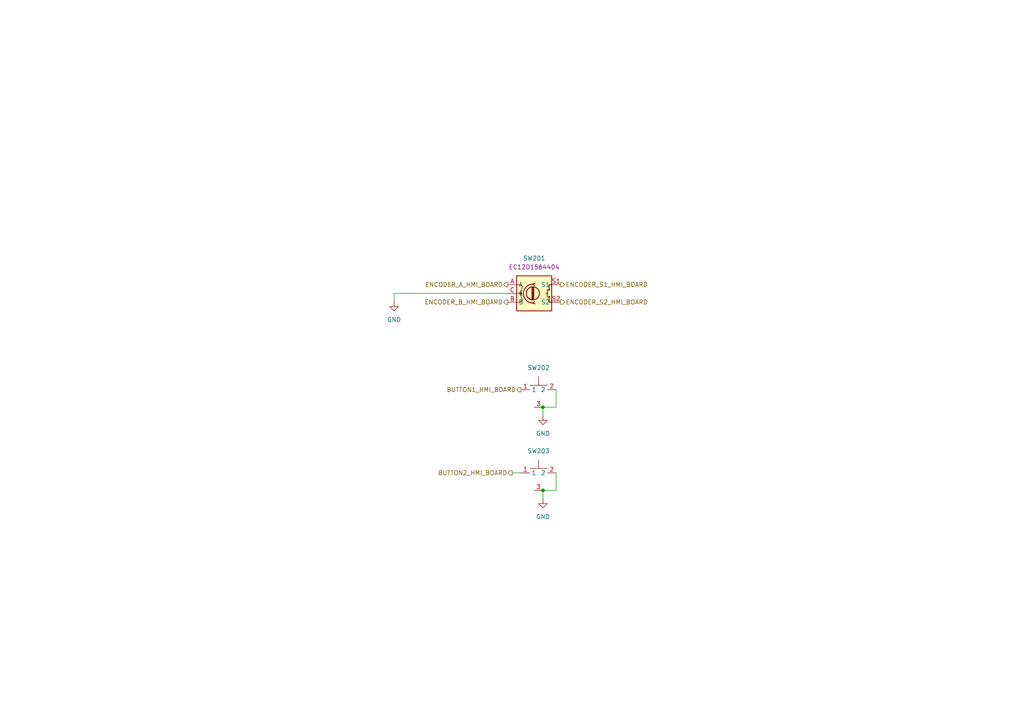
<source format=kicad_sch>
(kicad_sch (version 20230121) (generator eeschema)
  (paper "A4")
  (lib_symbols
    (symbol ".mounted-lib:SW_EC12D1564404"
      (property "Reference" "SW?" (at -5.08 8.89 0))
      (property "DisplayValue" "EC12D1564404" (at -5.08 6.35 0))
      (symbol "SW_EC12D1564404_0_1"
        (rectangle (start -5.08 5.08) (end 5.08 -5.08) (stroke (width 0.254)) (fill (type background)))
        (circle (center -3.81 0) (radius 0.254) (fill (type outline)))
        (circle (center -0.381 0) (radius 1.905) (stroke (width 0.254)))
        (arc (start -0.381 2.667) (mid -3.0988 -0.0635) (end -0.381 -2.794) (stroke (width 0.254)))
        (polyline (pts (xy -0.635 -1.778) (xy -0.635 1.778)) (stroke (width 0.254)))
        (polyline (pts (xy -0.381 -1.778) (xy -0.381 1.778)) (stroke (width 0.254)))
        (polyline (pts (xy -0.127 1.778) (xy -0.127 -1.778)) (stroke (width 0.254)))
        (polyline (pts (xy 3.81 0) (xy 3.429 0)) (stroke (width 0.254)))
        (polyline (pts (xy 3.81 1.016) (xy 3.81 -1.016)) (stroke (width 0.254)))
        (polyline (pts (xy -5.08 -2.54) (xy -3.81 -2.54) (xy -3.81 -2.032)))
        (polyline (pts (xy -5.08 2.54) (xy -3.81 2.54) (xy -3.81 2.032)))
        (polyline (pts (xy 0.254 -3.048) (xy -0.508 -2.794) (xy 0.127 -2.413)) (stroke (width 0.254)))
        (polyline (pts (xy 0.254 2.921) (xy -0.508 2.667) (xy 0.127 2.286)) (stroke (width 0.254)))
        (polyline (pts (xy 5.08 -2.54) (xy 4.318 -2.54) (xy 4.318 -1.016)) (stroke (width 0.254)))
        (polyline (pts (xy 5.08 2.54) (xy 4.318 2.54) (xy 4.318 1.016)) (stroke (width 0.254)))
        (polyline (pts (xy -5.08 0) (xy -3.81 0) (xy -3.81 -1.016) (xy -3.302 -2.032)))
        (polyline (pts (xy -4.318 0) (xy -3.81 0) (xy -3.81 1.016) (xy -3.302 2.032)))
        (circle (center 4.318 -1.016) (radius 0.127) (stroke (width 0.254)))
        (circle (center 4.318 1.016) (radius 0.127) (stroke (width 0.254)))
      )
      (symbol "SW_EC12D1564404_1_1"
        (pin passive line (at -7.62 2.54 0) (length 2.54) (name "A") (number "A"))
        (pin passive line (at -7.62 -2.54 0) (length 2.54) (name "B") (number "B"))
        (pin passive line (at -7.62 0 0) (length 2.54) (name "C") (number "C"))
        (pin passive line (at 7.62 2.54 180) (length 2.54) (name "S1") (number "S1"))
        (pin passive line (at 7.62 -2.54 180) (length 2.54) (name "S2") (number "S2"))
      )
    )
    (symbol ".mounted-lib:SW_SKRTLAE010"
      (property "Reference" "SW?" (at -2.54 3.81 0))
      (symbol "SW_SKRTLAE010_0_1"
        (polyline (pts (xy 0 2.54) (xy 0 0) (xy 2.54 0) (xy -2.54 0)))
      )
      (symbol "SW_SKRTLAE010_1_1"
        (pin input line (at -5.08 -1.27 0) (length 2.54) (name "1") (number "1"))
        (pin output line (at 5.08 -1.27 180) (length 2.54) (name "2") (number "2"))
        (pin passive line (at 1.27 -6.35 180) (length 2.54) (name "") (number "3"))
      )
    )
    (symbol "power:GND" (power) (pin_names (offset 0))
      (property "Value" "GND" (at 0 -3.81 0))
      (symbol "GND_0_1"
        (polyline (pts (xy 0 0) (xy 0 -1.27) (xy 1.27 -1.27) (xy 0 -2.54) (xy -1.27 -1.27) (xy 0 -1.27)))
      )
      (symbol "GND_1_1"
        (pin power_in line (at 0 0 270) (length 0) hide (name "GND") (number "1"))
      )
    )
  )
  (junction (at 157.48 118.11))
  (junction (at 157.48 142.24))
  (wire (pts (xy 161.29 118.11) (xy 161.29 113.03)))
  (wire (pts (xy 148.59 137.16) (xy 151.13 137.16)))
  (wire (pts (xy 114.3 85.09) (xy 147.32 85.09)))
  (wire (pts (xy 114.3 85.09) (xy 114.3 87.63)))
  (wire (pts (xy 157.48 118.11) (xy 161.29 118.11)))
  (wire (pts (xy 161.29 142.24) (xy 161.29 137.16)))
  (wire (pts (xy 157.48 142.24) (xy 161.29 142.24)))
  (wire (pts (xy 157.48 144.78) (xy 157.48 142.24)))
  (wire (pts (xy 157.48 118.11) (xy 157.48 120.65)))
  (hierarchical_label "BUTTON2_HMI_BOARD" (shape output) (at 148.59 137.16 180))
  (hierarchical_label "ENCODER_B_HMI_BOARD" (shape output) (at 147.32 87.63 180))
  (hierarchical_label "ENCODER_S2_HMI_BOARD" (shape output) (at 162.56 87.63 0))
  (hierarchical_label "BUTTON1_HMI_BOARD" (shape output) (at 151.13 113.03 180))
  (hierarchical_label "ENCODER_A_HMI_BOARD" (shape output) (at 147.32 82.55 180))
  (hierarchical_label "ENCODER_S1_HMI_BOARD" (shape output) (at 162.56 82.55 0))
  (symbol (lib_id "power:GND") (at 157.48 120.65 0) (unit 1)
    (property "Reference" "#PWR0201" (effects hide))
    (property "Value" "GND" (at 157.48 125.73 0))
  )
  (symbol (lib_id ".mounted-lib:SW_EC12D1564404") (at 154.94 85.09 0) (unit 1)
    (property "Reference" "SW201" (at 154.94 74.93 0))
    (property "Value" "SW_EC12D1564404" (effects hide))
    (property "Footprint" ".mounted-lib:SW_EC12D1564404" (effects hide))
    (property "Datasheet" "https://tech.alpsalpine.com/e/products/detail/EC12D1564404/" (effects hide))
    (property "Manufacturer" "ALPS ALPINE" (effects hide))
    (property "MPN" "EC12D1564404" (effects hide))
    (property "DisplayValue" "EC12D1564404" (at 154.94 77.47 0))
    (property "CMP_ID" "1081" (effects hide))
    (property "Category" "ELECTROMECHANICAL" (effects hide))
    (property "Family" "ROTARY ENCODER" (effects hide))
    (property "_Created" "JCN 2023-11-15" (effects hide))
    (property "_Checked" "TT 2022-05-23" (effects hide))
    (property "Mount" "SMD" (effects hide))
    (property "TempMin_C" "-40°C" (effects hide))
    (property "TempMax_C" "85°C" (effects hide))
    (property "Automotive" "N" (effects hide))
    (property "MaxHeight_mm" "17.5mm" (effects hide))
  )
  (symbol (lib_id "power:GND") (at 114.3 87.63 0) (unit 1)
    (property "Reference" "#PWR0203" (effects hide))
    (property "Value" "GND" (at 114.3 92.71 0))
  )
  (symbol (lib_id ".mounted-lib:SW_SKRTLAE010") (at 156.21 135.89 0) (unit 1)
    (property "Reference" "SW203" (at 156.21 130.81 0))
    (property "Value" "SW_SKRTLAE010" (effects hide))
    (property "Footprint" ".mounted-lib:SW_SKRTLAE010" (effects hide))
    (property "Datasheet" "https://datasheet.lcsc.com/lcsc/1809191932_ALPSALPINE-SKRTLAE010_C110293.pdf" (effects hide))
    (property "Manufacturer" "ALPS ALPINE" (effects hide))
    (property "MPN" "SKRTLAE010" (effects hide))
    (property "DisplayValue" "SKRTLAE010" (effects hide))
    (property "CMP_ID" "1084" (effects hide))
    (property "Category" "ELECTROMECHANICAL" (effects hide))
    (property "Family" "TACTILE SWITCH" (effects hide))
    (property "_Created" "JCN 2023-11-16" (effects hide))
    (property "Mount" "SMD" (effects hide))
    (property "Package" "RIGHT ANGLE" (effects hide))
    (property "PartStatus" "L3360" (effects hide))
    (property "TempMin_C" "-30°C" (effects hide))
    (property "TempMax_C" "85°C" (effects hide))
    (property "Automotive" "N" (effects hide))
    (property "MaxHeight_mm" "3.3mm" (effects hide))
  )
  (symbol (lib_id "power:GND") (at 157.48 144.78 0) (unit 1)
    (property "Reference" "#PWR0202" (effects hide))
    (property "Value" "GND" (at 157.48 149.86 0))
  )
  (symbol (lib_id ".mounted-lib:SW_SKRTLAE010") (at 156.21 111.76 0) (unit 1)
    (property "Reference" "SW202" (at 156.21 106.68 0))
    (property "Value" "SW_SKRTLAE010" (effects hide))
    (property "Footprint" ".mounted-lib:SW_SKRTLAE010" (effects hide))
    (property "Datasheet" "https://datasheet.lcsc.com/lcsc/1809191932_ALPSALPINE-SKRTLAE010_C110293.pdf" (effects hide))
    (property "Manufacturer" "ALPS ALPINE" (effects hide))
    (property "MPN" "SKRTLAE010" (effects hide))
    (property "DisplayValue" "SKRTLAE010" (effects hide))
    (property "CMP_ID" "1084" (effects hide))
    (property "Category" "ELECTROMECHANICAL" (effects hide))
    (property "Family" "TACTILE SWITCH" (effects hide))
    (property "_Created" "JCN 2023-11-16" (effects hide))
    (property "Mount" "SMD" (effects hide))
    (property "Package" "RIGHT ANGLE" (effects hide))
    (property "PartStatus" "L3360" (effects hide))
    (property "TempMin_C" "-30°C" (effects hide))
    (property "TempMax_C" "85°C" (effects hide))
    (property "Automotive" "N" (effects hide))
    (property "MaxHeight_mm" "3.3mm" (effects hide))
  )
)
</source>
